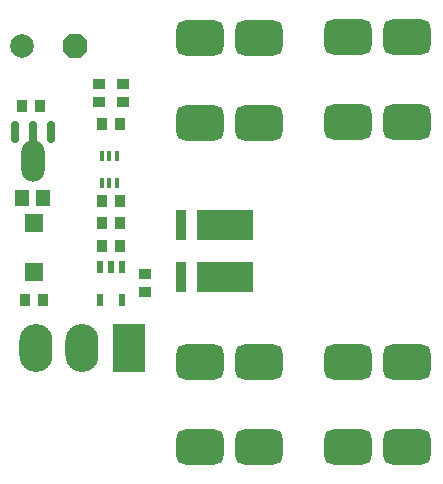
<source format=gbr>
G04 Layer_Color=255*
%FSLAX25Y25*%
%MOIN*%
%TF.FileFunction,Pads,Top*%
%TF.Part,Single*%
G01*
G75*
%TA.AperFunction,SMDPad*%
%ADD10R,0.02362X0.04331*%
%TA.AperFunction,SMDPad*%
%ADD11R,0.03543X0.09843*%
%TA.AperFunction,SMDPad*%
%ADD12R,0.18898X0.09843*%
%TA.AperFunction,SMDPad*%
%ADD13R,0.03858X0.03661*%
%TA.AperFunction,SMDPad*%
%ADD14R,0.03661X0.03858*%
%TA.AperFunction,SMDPad*%
%ADD15O,0.07874X0.13780*%
%TA.AperFunction,SMDPad*%
%ADD16O,0.02756X0.08268*%
%TA.AperFunction,SMDPad*%
%ADD17O,0.02756X0.07480*%
%TA.AperFunction,SMDPad*%
%ADD18R,0.04567X0.05787*%
%TA.AperFunction,SMDPad*%
%ADD19R,0.05906X0.06299*%
%TA.AperFunction,SMDPad*%
%ADD20R,0.01575X0.03543*%
%TA.AperFunction,ConnectorPad*%
%ADD24C,0.07874*%
%TA.AperFunction,ConnectorPad*%
G04:AMPARAMS|DCode=25|XSize=78.74mil|YSize=78.74mil|CornerRadius=0mil|HoleSize=0mil|Usage=FLASHONLY|Rotation=0.000|XOffset=0mil|YOffset=0mil|HoleType=Round|Shape=Octagon|*
%AMOCTAGOND25*
4,1,8,0.03937,-0.01969,0.03937,0.01969,0.01969,0.03937,-0.01969,0.03937,-0.03937,0.01969,-0.03937,-0.01969,-0.01969,-0.03937,0.01969,-0.03937,0.03937,-0.01969,0.0*
%
%ADD25OCTAGOND25*%

%TA.AperFunction,ViaPad*%
G04:AMPARAMS|DCode=26|XSize=157.48mil|YSize=118.11mil|CornerRadius=29.53mil|HoleSize=0mil|Usage=FLASHONLY|Rotation=0.000|XOffset=0mil|YOffset=0mil|HoleType=Round|Shape=RoundedRectangle|*
%AMROUNDEDRECTD26*
21,1,0.15748,0.05906,0,0,0.0*
21,1,0.09843,0.11811,0,0,0.0*
1,1,0.05906,0.04921,-0.02953*
1,1,0.05906,-0.04921,-0.02953*
1,1,0.05906,-0.04921,0.02953*
1,1,0.05906,0.04921,0.02953*
%
%ADD26ROUNDEDRECTD26*%
%TA.AperFunction,ViaPad*%
%ADD27R,0.11000X0.16000*%
%TA.AperFunction,ViaPad*%
%ADD28O,0.11000X0.16000*%
D10*
X425240Y264988D02*
D03*
X417760D02*
D03*
Y276012D02*
D03*
X421500D02*
D03*
X425240D02*
D03*
D11*
X444736Y272677D02*
D03*
Y290000D02*
D03*
D12*
X459500D02*
D03*
Y272677D02*
D03*
D13*
X433000Y267469D02*
D03*
Y273532D02*
D03*
X425500Y330968D02*
D03*
Y337032D02*
D03*
X417500Y330968D02*
D03*
Y337032D02*
D03*
D14*
X418469Y290500D02*
D03*
X424532D02*
D03*
X418469Y283000D02*
D03*
X424532D02*
D03*
X418469Y298000D02*
D03*
X424532D02*
D03*
X398031Y329500D02*
D03*
X391968D02*
D03*
X399031Y265000D02*
D03*
X392969D02*
D03*
X418469Y323500D02*
D03*
X424532D02*
D03*
D15*
X395500Y311157D02*
D03*
D16*
Y320606D02*
D03*
D17*
X389595Y321000D02*
D03*
X401405D02*
D03*
D18*
X391996Y299000D02*
D03*
X399004D02*
D03*
D19*
X396000Y290669D02*
D03*
Y274331D02*
D03*
D20*
X421000Y312929D02*
D03*
X423559D02*
D03*
X418441Y304071D02*
D03*
X421000D02*
D03*
X423559D02*
D03*
X418441Y312929D02*
D03*
D24*
X392000Y349500D02*
D03*
D25*
X409500D02*
D03*
D26*
X500658Y324327D02*
D03*
X520342D02*
D03*
Y352673D02*
D03*
X500658D02*
D03*
X451158Y323827D02*
D03*
X470843D02*
D03*
Y352173D02*
D03*
X451158D02*
D03*
Y215827D02*
D03*
X470843D02*
D03*
Y244173D02*
D03*
X451158D02*
D03*
X500658Y215827D02*
D03*
X520342D02*
D03*
Y244173D02*
D03*
X500658D02*
D03*
D27*
X427500Y249000D02*
D03*
D28*
X412000D02*
D03*
X396500D02*
D03*
%TF.MD5,3265662F613B2F90D41B302416362D66*%
M02*

</source>
